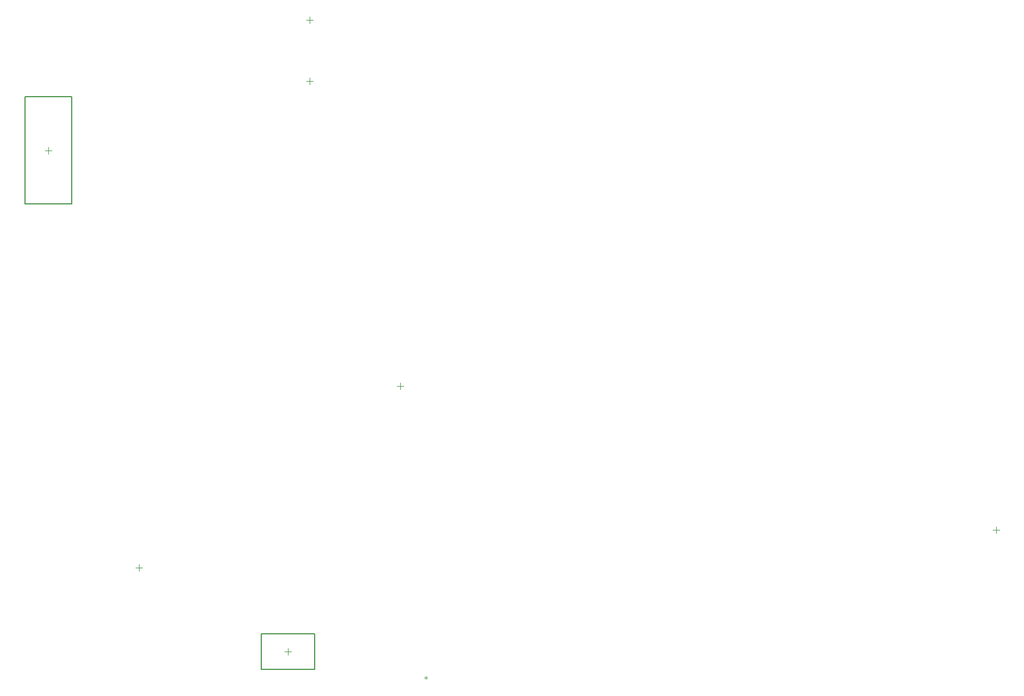
<source format=gbr>
%TF.GenerationSoftware,Altium Limited,Altium Designer,20.0.13 (296)*%
G04 Layer_Color=8388736*
%FSLAX26Y26*%
%MOIN*%
%TF.FileFunction,Other,Top_Component_Center*%
%TF.Part,Single*%
G01*
G75*
%TA.AperFunction,NonConductor*%
%ADD106C,0.007874*%
%ADD188C,0.004000*%
%ADD189C,0.003937*%
%ADD190C,0.002000*%
D106*
X27559Y3575686D02*
X306299D01*
X27559Y2931986D02*
X306299D01*
X27559D02*
Y3575686D01*
X306299Y2931986D02*
Y3575686D01*
X1445158Y351890D02*
X1764842D01*
X1445158Y138110D02*
X1764842D01*
X1445158D02*
Y351890D01*
X1764842Y138110D02*
Y351890D01*
D188*
X1735000Y4015315D02*
Y4054685D01*
X1715315Y4035000D02*
X1754685D01*
D189*
X147244Y3253836D02*
X186614D01*
X166929Y3234151D02*
Y3273521D01*
X1585315Y245000D02*
X1624685D01*
X1605000Y225315D02*
Y264685D01*
X710000Y730315D02*
Y769685D01*
X690315Y750000D02*
X729685D01*
X5850000Y955315D02*
Y994685D01*
X5830315Y975000D02*
X5869685D01*
X1735000Y3650315D02*
Y3689685D01*
X1715315Y3670000D02*
X1754685D01*
X2278347Y1819685D02*
Y1859055D01*
X2258662Y1839370D02*
X2298032D01*
D190*
X2419547Y90000D02*
X2439547D01*
X2429547Y80000D02*
Y100000D01*
%TF.MD5,963113b6d97cd9a1cbecb30443dde161*%
M02*

</source>
